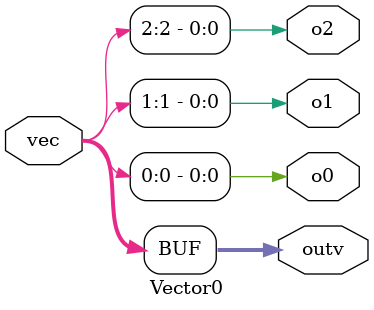
<source format=v>

`timescale 1ns/1ps 

module Vector0 (
  input      [2:0]    vec,
  output     [2:0]    outv,
  output              o0,
  output              o1,
  output              o2
);


  assign outv = vec;
  assign o0 = vec[0];
  assign o1 = vec[1];
  assign o2 = vec[2];

endmodule

</source>
